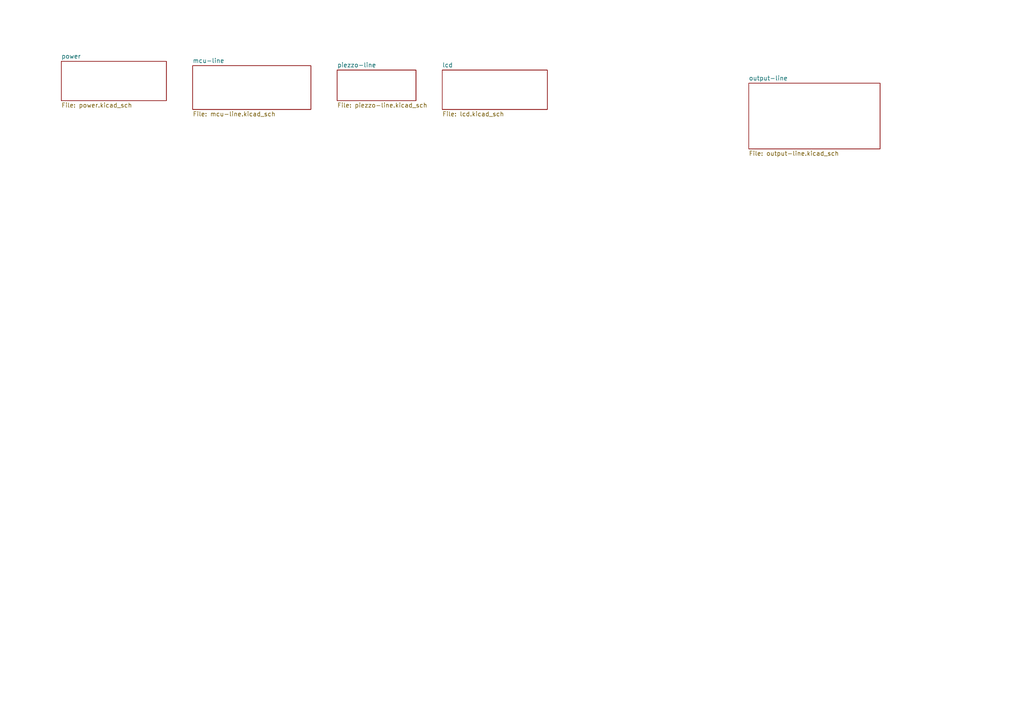
<source format=kicad_sch>
(kicad_sch (version 20230121) (generator eeschema)

  (uuid 2a569c31-bb52-4c3d-ae7f-45f2860154f7)

  (paper "A4")

  (lib_symbols
  )


  (sheet (at 97.79 20.32) (size 22.86 8.89) (fields_autoplaced)
    (stroke (width 0.1524) (type solid))
    (fill (color 0 0 0 0.0000))
    (uuid 092e4065-9cc0-463e-917a-ffeeee1dfa12)
    (property "Sheetname" "piezzo-line" (at 97.79 19.6084 0)
      (effects (font (size 1.27 1.27)) (justify left bottom))
    )
    (property "Sheetfile" "piezzo-line.kicad_sch" (at 97.79 29.7946 0)
      (effects (font (size 1.27 1.27)) (justify left top))
    )
    (instances
      (project "piezzo"
        (path "/2a569c31-bb52-4c3d-ae7f-45f2860154f7" (page "4"))
      )
    )
  )

  (sheet (at 217.17 24.13) (size 38.1 19.05) (fields_autoplaced)
    (stroke (width 0.1524) (type solid))
    (fill (color 0 0 0 0.0000))
    (uuid 28c75765-d587-4b89-9d4e-cc9a05e3bc17)
    (property "Sheetname" "output-line" (at 217.17 23.4184 0)
      (effects (font (size 1.27 1.27)) (justify left bottom))
    )
    (property "Sheetfile" "output-line.kicad_sch" (at 217.17 43.7646 0)
      (effects (font (size 1.27 1.27)) (justify left top))
    )
    (instances
      (project "piezzo"
        (path "/2a569c31-bb52-4c3d-ae7f-45f2860154f7" (page "7"))
      )
    )
  )

  (sheet (at 55.88 19.05) (size 34.29 12.7) (fields_autoplaced)
    (stroke (width 0.1524) (type solid))
    (fill (color 0 0 0 0.0000))
    (uuid 7849a71f-fbd9-43cf-aa18-1d7390d12e45)
    (property "Sheetname" "mcu-line" (at 55.88 18.3384 0)
      (effects (font (size 1.27 1.27)) (justify left bottom))
    )
    (property "Sheetfile" "mcu-line.kicad_sch" (at 55.88 32.3346 0)
      (effects (font (size 1.27 1.27)) (justify left top))
    )
    (instances
      (project "piezzo"
        (path "/2a569c31-bb52-4c3d-ae7f-45f2860154f7" (page "5"))
      )
    )
  )

  (sheet (at 17.78 17.78) (size 30.48 11.43) (fields_autoplaced)
    (stroke (width 0.1524) (type solid))
    (fill (color 0 0 0 0.0000))
    (uuid cc7bb8c8-5930-44af-a0ae-13376e6493f2)
    (property "Sheetname" "power" (at 17.78 17.0684 0)
      (effects (font (size 1.27 1.27)) (justify left bottom))
    )
    (property "Sheetfile" "power.kicad_sch" (at 17.78 29.7946 0)
      (effects (font (size 1.27 1.27)) (justify left top))
    )
    (instances
      (project "piezzo"
        (path "/2a569c31-bb52-4c3d-ae7f-45f2860154f7" (page "2"))
      )
    )
  )

  (sheet (at 128.27 20.32) (size 30.48 11.43) (fields_autoplaced)
    (stroke (width 0.1524) (type solid))
    (fill (color 0 0 0 0.0000))
    (uuid ecd39aa7-1fff-40bf-9636-2312591432e1)
    (property "Sheetname" "lcd" (at 128.27 19.6084 0)
      (effects (font (size 1.27 1.27)) (justify left bottom))
    )
    (property "Sheetfile" "lcd.kicad_sch" (at 128.27 32.3346 0)
      (effects (font (size 1.27 1.27)) (justify left top))
    )
    (instances
      (project "piezzo"
        (path "/2a569c31-bb52-4c3d-ae7f-45f2860154f7" (page "3"))
      )
    )
  )

  (sheet_instances
    (path "/" (page "1"))
  )
)

</source>
